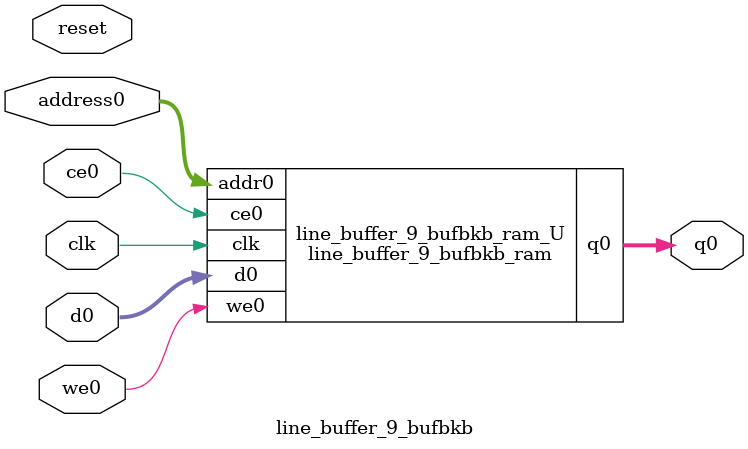
<source format=v>

`timescale 1 ns / 1 ps
module line_buffer_9_bufbkb_ram (addr0, ce0, d0, we0, q0,  clk);

parameter DWIDTH = 16;
parameter AWIDTH = 12;
parameter MEM_SIZE = 4096;

input[AWIDTH-1:0] addr0;
input ce0;
input[DWIDTH-1:0] d0;
input we0;
output reg[DWIDTH-1:0] q0;
input clk;

(* ram_style = "block" *)reg [DWIDTH-1:0] ram[0:MEM_SIZE-1];




always @(posedge clk)  
begin 
    if (ce0) 
    begin
        if (we0) 
        begin 
            ram[addr0] <= d0; 
            q0 <= d0;
        end 
        else 
            q0 <= ram[addr0];
    end
end


endmodule


`timescale 1 ns / 1 ps
module line_buffer_9_bufbkb(
    reset,
    clk,
    address0,
    ce0,
    we0,
    d0,
    q0);

parameter DataWidth = 32'd16;
parameter AddressRange = 32'd4096;
parameter AddressWidth = 32'd12;
input reset;
input clk;
input[AddressWidth - 1:0] address0;
input ce0;
input we0;
input[DataWidth - 1:0] d0;
output[DataWidth - 1:0] q0;



line_buffer_9_bufbkb_ram line_buffer_9_bufbkb_ram_U(
    .clk( clk ),
    .addr0( address0 ),
    .ce0( ce0 ),
    .d0( d0 ),
    .we0( we0 ),
    .q0( q0 ));

endmodule


</source>
